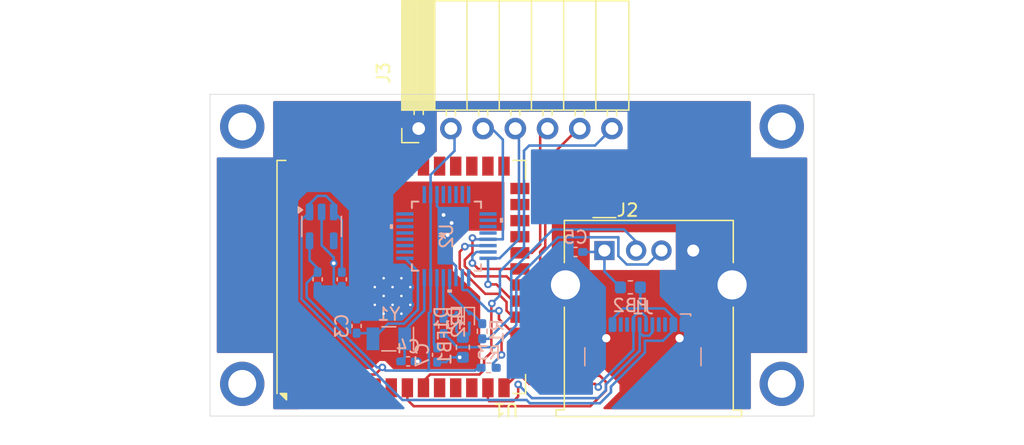
<source format=kicad_pcb>
(kicad_pcb (version 20240108) (generator "pcbnew") (generator_version "8.0")
  (layers (0 "F.Cu" signal) (31 "B.Cu" signal) (34 "B.Paste" user) (35 "F.Paste" user) (36 "B.SilkS" user "B.Silkscreen") (37 "F.SilkS" user "F.Silkscreen") (38 "B.Mask" user) (39 "F.Mask" user) (44 "Edge.Cuts" user))
  (net 0 "")
  (net 2 "Net-(U3-CE)")
  (net 4 "Net-(J2-VBUS)")
  (net 7 "Net-(J1-SHIELD)")
  (net 16 "Net-(J3-Pin_2)")
  (net 17 "Net-(J3-Pin_3)")
  (net 20 "Net-(J3-Pin_4)")
  (net 21 "Net-(J3-Pin_7)")
  (net 37 "Net-(U2-XO)")
  (net 38 "Net-(U2-XI)")
  (net 41 "Net-(U2-VBCOMP)")
  (net 44 "Net-(D1-A2)")
  (net 47 "Net-(D1-A1)")
  (net 48 "Net-(J3-Pin_6)")
  (net 49 "Net-(D2-A1)")
  (net 53 "Net-(J3-Pin_5)")
  (net 60 "Net-(J2-D+)")
  (net 61 "Net-(U1-IO13)")
  (net 62 "Net-(U1-IO10)")
  (net 64 "Net-(U1-IO19)")
  (net 65 "Net-(U1-IO20)")
  (net 70 "Net-(J2-D-)")
  (net 71 "Net-(U1-IO9)")
  (footprint "MountingHole:MountingHole_2.2mm_M2_ISO7380_Pad_TopBottom" (layer "F.Cu") (at 73.66 53.34)
    (property "Reference" "REF**" (hide yes))
    (property "Value" "MountingHole_2.2mm_M2_ISO7380_Pad_TopBottom")
    (pad "1" thru_hole circle (at 0 0) (size 2.6 2.6) (drill 2.2) (layers "*.Cu" "*.Mask"))
    (pad "1" connect circle (at 0 0) (size 3.5 3.5) (layers "F.Cu" "F.Mask"))
    (pad "1" connect circle (at 0 0) (size 3.5 3.5) (layers "B.Cu" "B.Mask"))
  )
  (footprint "RF_Module:ESP32-S3-WROOM-1U" (layer "F.Cu") (at 43.657201 65.219205 90)
    (property "Reference" "U1" (at -10.5 8.25 180) (layer "F.SilkS"))
    (property "Value" "ESP32-S3-WROOM-1U" (hide yes))
    (pad "1" smd rect (at -8.75 -8.41 90) (size 1.5 0.9) (layers "F.Cu" "F.Paste" "F.Mask") (net 7 "Net-(J1-SHIELD)"))
    (pad "2" smd rect (at -8.75 -7.14 90) (size 1.5 0.9) (layers "F.Cu" "F.Paste" "F.Mask") (net 16 "Net-(J3-Pin_2)"))
    (pad "3" smd rect (at -8.75 -5.87 90) (size 1.5 0.9) (layers "F.Cu" "F.Paste" "F.Mask") (net 16 "Net-(J3-Pin_2)"))
    (pad "4" smd rect (at -8.75 -4.6 90) (size 1.5 0.9) (layers "F.Cu" "F.Paste" "F.Mask"))
    (pad "5" smd rect (at -8.75 -3.33 90) (size 1.5 0.9) (layers "F.Cu" "F.Paste" "F.Mask"))
    (pad "6" smd rect (at -8.75 -2.06 90) (size 1.5 0.9) (layers "F.Cu" "F.Paste" "F.Mask"))
    (pad "7" smd rect (at -8.75 -0.79 90) (size 1.5 0.9) (layers "F.Cu" "F.Paste" "F.Mask"))
    (pad "8" smd rect (at -8.75 0.48 90) (size 1.5 0.9) (layers "F.Cu" "F.Paste" "F.Mask") (net 48 "Net-(J3-Pin_6)"))
    (pad "9" smd rect (at -8.75 1.75 90) (size 1.5 0.9) (layers "F.Cu" "F.Paste" "F.Mask") (net 21 "Net-(J3-Pin_7)"))
    (pad "10" smd rect (at -8.75 3.02 90) (size 1.5 0.9) (layers "F.Cu" "F.Paste" "F.Mask"))
    (pad "11" smd rect (at -8.75 4.29 90) (size 1.5 0.9) (layers "F.Cu" "F.Paste" "F.Mask"))
    (pad "12" smd rect (at -8.75 5.56 90) (size 1.5 0.9) (layers "F.Cu" "F.Paste" "F.Mask"))
    (pad "13" smd rect (at -8.75 6.83 90) (size 1.5 0.9) (layers "F.Cu" "F.Paste" "F.Mask") (net 64 "Net-(U1-IO19)"))
    (pad "14" smd rect (at -8.75 8.1 270) (size 1.5 0.9) (layers "F.Cu" "F.Paste" "F.Mask") (net 65 "Net-(U1-IO20)"))
    (pad "15" smd rect (at -6.985 9.35) (size 1.5 0.9) (layers "F.Cu" "F.Paste" "F.Mask"))
    (pad "16" smd rect (at -5.715 9.35) (size 1.5 0.9) (layers "F.Cu" "F.Paste" "F.Mask"))
    (pad "17" smd rect (at -4.445 9.35) (size 1.5 0.9) (layers "F.Cu" "F.Paste" "F.Mask") (net 71 "Net-(U1-IO9)"))
    (pad "18" smd rect (at -3.175 9.35) (size 1.5 0.9) (layers "F.Cu" "F.Paste" "F.Mask") (net 62 "Net-(U1-IO10)"))
    (pad "19" smd rect (at -1.905 9.35) (size 1.5 0.9) (layers "F.Cu" "F.Paste" "F.Mask") (net 20 "Net-(J3-Pin_4)"))
    (pad "20" smd rect (at -0.635 9.35) (size 1.5 0.9) (layers "F.Cu" "F.Paste" "F.Mask") (net 17 "Net-(J3-Pin_3)"))
    (pad "21" smd rect (at 0.635 9.35) (size 1.5 0.9) (layers "F.Cu" "F.Paste" "F.Mask") (net 61 "Net-(U1-IO13)"))
    (pad "22" smd rect (at 1.905 9.35) (size 1.5 0.9) (layers "F.Cu" "F.Paste" "F.Mask") (net 53 "Net-(J3-Pin_5)"))
    (pad "23" smd rect (at 3.175 9.35) (size 1.5 0.9) (layers "F.Cu" "F.Paste" "F.Mask"))
    (pad "24" smd rect (at 4.445 9.35) (size 1.5 0.9) (layers "F.Cu" "F.Paste" "F.Mask"))
    (pad "25" smd rect (at 5.715 9.35) (size 1.5 0.9) (layers "F.Cu" "F.Paste" "F.Mask"))
    (pad "26" smd rect (at 6.985 9.35) (size 1.5 0.9) (layers "F.Cu" "F.Paste" "F.Mask"))
    (pad "27" smd rect (at 8.75 8.1 90) (size 1.5 0.9) (layers "F.Cu" "F.Paste" "F.Mask"))
    (pad "28" smd rect (at 8.75 6.83 90) (size 1.5 0.9) (layers "F.Cu" "F.Paste" "F.Mask"))
    (pad "29" smd rect (at 8.75 5.56 90) (size 1.5 0.9) (layers "F.Cu" "F.Paste" "F.Mask"))
    (pad "30" smd rect (at 8.75 4.29 90) (size 1.5 0.9) (layers "F.Cu" "F.Paste" "F.Mask"))
    (pad "31" smd rect (at 8.75 3.02 90) (size 1.5 0.9) (layers "F.Cu" "F.Paste" "F.Mask"))
    (pad "32" smd rect (at 8.75 1.75 90) (size 1.5 0.9) (layers "F.Cu" "F.Paste" "F.Mask"))
    (pad "33" smd rect (at 8.75 0.48 90) (size 1.5 0.9) (layers "F.Cu" "F.Paste" "F.Mask"))
    (pad "34" smd rect (at 8.75 -0.79 90) (size 1.5 0.9) (layers "F.Cu" "F.Paste" "F.Mask"))
    (pad "35" smd rect (at 8.75 -2.06 90) (size 1.5 0.9) (layers "F.Cu" "F.Paste" "F.Mask"))
    (pad "36" smd rect (at 8.75 -3.33 90) (size 1.5 0.9) (layers "F.Cu" "F.Paste" "F.Mask"))
    (pad "37" smd rect (at 8.75 -4.6 90) (size 1.5 0.9) (layers "F.Cu" "F.Paste" "F.Mask"))
    (pad "38" smd rect (at 8.75 -5.87 90) (size 1.5 0.9) (layers "F.Cu" "F.Paste" "F.Mask"))
    (pad "39" smd rect (at 8.75 -7.14 90) (size 1.5 0.9) (layers "F.Cu" "F.Paste" "F.Mask"))
    (pad "40" smd rect (at 8.75 -8.41 90) (size 1.5 0.9) (layers "F.Cu" "F.Paste" "F.Mask") (net 7 "Net-(J1-SHIELD)"))
    (pad "41" thru_hole circle (at -2.9 -1.39 90) (size 0.6 0.6) (drill 0.2) (property pad_prop_heatsink) (layers "*.Cu" "F.Mask") (net 7 "Net-(J1-SHIELD)"))
    (pad "41" thru_hole circle (at -2.9 0.01 90) (size 0.6 0.6) (drill 0.2) (property pad_prop_heatsink) (layers "*.Cu" "F.Mask") (net 7 "Net-(J1-SHIELD)"))
    (pad "41" thru_hole circle (at -2.2 -2.09 90) (size 0.6 0.6) (drill 0.2) (property pad_prop_heatsink) (layers "*.Cu" "F.Mask") (net 7 "Net-(J1-SHIELD)"))
    (pad "41" thru_hole circle (at -2.2 -0.69 90) (size 0.6 0.6) (drill 0.2) (property pad_prop_heatsink) (layers "*.Cu" "F.Mask") (net 7 "Net-(J1-SHIELD)"))
    (pad "41" thru_hole circle (at -2.2 0.71 90) (size 0.6 0.6) (drill 0.2) (property pad_prop_heatsink) (layers "*.Cu" "F.Mask") (net 7 "Net-(J1-SHIELD)"))
    (pad "41" thru_hole circle (at -1.5 -1.39 90) (size 0.6 0.6) (drill 0.2) (property pad_prop_heatsink) (layers "*.Cu" "F.Mask") (net 7 "Net-(J1-SHIELD)"))
    (pad "41" smd rect (at -1.5 -0.69 90) (size 3.9 3.9) (layers "F.Cu" "F.Mask") (net 7 "Net-(J1-SHIELD)"))
    (pad "41" thru_hole circle (at -1.5 0.01 90) (size 0.6 0.6) (drill 0.2) (property pad_prop_heatsink) (layers "*.Cu" "F.Mask") (net 7 "Net-(J1-SHIELD)"))
    (pad "41" thru_hole circle (at -0.8 -2.09 90) (size 0.6 0.6) (drill 0.2) (property pad_prop_heatsink) (layers "*.Cu" "F.Mask") (net 7 "Net-(J1-SHIELD)"))
    (pad "41" thru_hole circle (at -0.8 -0.69 180) (size 0.6 0.6) (drill 0.2) (property pad_prop_heatsink) (layers "*.Cu" "F.Mask") (net 7 "Net-(J1-SHIELD)"))
    (pad "41" thru_hole circle (at -0.8 0.71 90) (size 0.6 0.6) (drill 0.2) (property pad_prop_heatsink) (layers "*.Cu" "F.Mask") (net 7 "Net-(J1-SHIELD)"))
    (pad "41" thru_hole circle (at -0.1 -1.39 90) (size 0.6 0.6) (drill 0.2) (property pad_prop_heatsink) (layers "*.Cu" "F.Mask") (net 7 "Net-(J1-SHIELD)"))
    (pad "41" thru_hole circle (at -0.1 0.01 90) (size 0.6 0.6) (drill 0.2) (property pad_prop_heatsink) (layers "*.Cu" "F.Mask") (net 7 "Net-(J1-SHIELD)"))
  )
  (footprint "MountingHole:MountingHole_2.2mm_M2_ISO7380_Pad_TopBottom" (layer "F.Cu") (at 31.115 73.66)
    (property "Reference" "REF**" (hide yes))
    (property "Value" "MountingHole_2.2mm_M2_ISO7380_Pad_TopBottom")
    (pad "1" thru_hole circle (at 0 0) (size 2.6 2.6) (drill 2.2) (layers "*.Cu" "*.Mask"))
    (pad "1" connect circle (at 0 0) (size 3.5 3.5) (layers "F.Cu" "F.Mask"))
    (pad "1" connect circle (at 0 0) (size 3.5 3.5) (layers "B.Cu" "B.Mask"))
  )
  (footprint "Connector_PinSocket_2.54mm:PinSocket_1x07_P2.54mm_Horizontal" (layer "F.Cu") (at 44.68 53.105 90)
    (property "Reference" "J3" (at 3.98 -2.42 90) (layer "F.SilkS"))
    (property "Value" "OLED display")
    (pad "1" thru_hole rect (at -0.4 0.35 90) (size 1.7 1.7) (drill 1) (layers "*.Cu" "*.Mask") (net 7 "Net-(J1-SHIELD)"))
    (pad "2" thru_hole oval (at -0.4 2.89 90) (size 1.7 1.7) (drill 1) (layers "*.Cu" "*.Mask") (net 16 "Net-(J3-Pin_2)"))
    (pad "3" thru_hole oval (at -0.4 5.43 90) (size 1.7 1.7) (drill 1) (layers "*.Cu" "*.Mask") (net 17 "Net-(J3-Pin_3)"))
    (pad "4" thru_hole oval (at -0.4 7.97 90) (size 1.7 1.7) (drill 1) (layers "*.Cu" "*.Mask") (net 20 "Net-(J3-Pin_4)"))
    (pad "5" thru_hole oval (at -0.4 10.51 90) (size 1.7 1.7) (drill 1) (layers "*.Cu" "*.Mask") (net 53 "Net-(J3-Pin_5)"))
    (pad "6" thru_hole oval (at -0.4 13.05 90) (size 1.7 1.7) (drill 1) (layers "*.Cu" "*.Mask") (net 48 "Net-(J3-Pin_6)"))
    (pad "7" thru_hole oval (at -0.4 15.59 90) (size 1.7 1.7) (drill 1) (layers "*.Cu" "*.Mask") (net 21 "Net-(J3-Pin_7)"))
  )
  (footprint "MountingHole:MountingHole_2.2mm_M2_ISO7380_Pad_TopBottom" (layer "F.Cu") (at 31.115 53.34)
    (property "Reference" "REF**" (hide yes))
    (property "Value" "MountingHole_2.2mm_M2_ISO7380_Pad_TopBottom")
    (pad "1" thru_hole circle (at 0 0) (size 2.6 2.6) (drill 2.2) (layers "*.Cu" "*.Mask"))
    (pad "1" connect circle (at 0 0) (size 3.5 3.5) (layers "F.Cu" "F.Mask"))
    (pad "1" connect circle (at 0 0) (size 3.5 3.5) (layers "B.Cu" "B.Mask"))
  )
  (footprint "MountingHole:MountingHole_2.2mm_M2_ISO7380_Pad_TopBottom" (layer "F.Cu") (at 73.66 73.66)
    (property "Reference" "REF**" (hide yes))
    (property "Value" "MountingHole_2.2mm_M2_ISO7380_Pad_TopBottom")
    (pad "1" thru_hole circle (at 0 0) (size 2.6 2.6) (drill 2.2) (layers "*.Cu" "*.Mask"))
    (pad "1" connect circle (at 0 0) (size 3.5 3.5) (layers "F.Cu" "F.Mask"))
    (pad "1" connect circle (at 0 0) (size 3.5 3.5) (layers "B.Cu" "B.Mask"))
  )
  (footprint "Connector_USB:USB_A_Molex_67643_Horizontal" (layer "F.Cu") (at 59.675 63.135)
    (property "Reference" "J2" (at 1.825 -3.19 0) (layer "F.SilkS"))
    (property "Value" "USB_A")
    (pad "1" thru_hole rect (at 0 0) (size 1.6 1.5) (drill 0.95) (layers "*.Cu" "*.Mask") (net 4 "Net-(J2-VBUS)"))
    (pad "2" thru_hole circle (at 2.5 0) (size 1.6 1.6) (drill 0.95) (layers "*.Cu" "*.Mask") (net 70 "Net-(J2-D-)"))
    (pad "3" thru_hole circle (at 4.5 0) (size 1.6 1.6) (drill 0.95) (layers "*.Cu" "*.Mask") (net 60 "Net-(J2-D+)"))
    (pad "4" thru_hole circle (at 7 0) (size 1.6 1.6) (drill 0.95) (layers "*.Cu" "*.Mask") (net 7 "Net-(J1-SHIELD)"))
    (pad "5" thru_hole circle (at -3.07 2.71) (size 3 3) (drill 2.3) (layers "*.Cu" "*.Mask") (net 7 "Net-(J1-SHIELD)"))
    (pad "5" thru_hole circle (at 10.07 2.71) (size 3 3) (drill 2.3) (layers "*.Cu" "*.Mask") (net 7 "Net-(J1-SHIELD)"))
  )
  (footprint "Diode_SMD:D_SOD-923" (layer "B.Cu") (at 49.022 68.4905 -90)
    (property "Reference" "D2" (at 0 1.2 90) (layer "B.SilkS") (effects (justify mirror)))
    (property "Value" "ESD9B5.0ST5G")
    (pad "1" smd roundrect (at -0.42 0 90) (size 0.36 0.25) (layers "B.Cu" "B.Paste" "B.Mask") (net 49 "Net-(D2-A1)"))
    (pad "2" smd roundrect (at 0.42 0 90) (size 0.36 0.25) (layers "B.Cu" "B.Paste" "B.Mask") (net 44 "Net-(D1-A2)"))
  )
  (footprint "Capacitor_SMD:C_0402_1005Metric_Pad0.74x0.62mm_HandSolder" (layer "B.Cu") (at 38.965 65.4075 -90)
    (property "Reference" "C1" (hide yes))
    (property "Value" "C" (hide yes))
    (pad "1" smd roundrect (at -0.5675 0 270) (size 0.735 0.62) (layers "B.Cu" "B.Paste" "B.Mask") (net 2 "Net-(U3-CE)"))
    (pad "2" smd roundrect (at 0.5675 0 270) (size 0.735 0.62) (layers "B.Cu" "B.Paste" "B.Mask") (net 7 "Net-(J1-SHIELD)"))
  )
  (footprint "Capacitor_SMD:C_0402_1005Metric_Pad0.74x0.62mm_HandSolder" (layer "B.Cu") (at 44.196 71.882 180)
    (property "Reference" "C4" (at 0 1.16 0) (layer "B.SilkS") (effects (justify mirror)))
    (property "Value" "C")
    (pad "1" smd roundrect (at -0.5675 0 180) (size 0.735 0.62) (layers "B.Cu" "B.Paste" "B.Mask") (net 7 "Net-(J1-SHIELD)"))
    (pad "2" smd roundrect (at 0.5675 0 180) (size 0.735 0.62) (layers "B.Cu" "B.Paste" "B.Mask") (net 38 "Net-(U2-XI)"))
  )
  (footprint "Diode_SMD:D_SOD-923" (layer "B.Cu") (at 48.006 68.4905 -90)
    (property "Reference" "D1" (at 0 1.2 90) (layer "B.SilkS") (effects (justify mirror)))
    (property "Value" "ESD9B5.0ST5G")
    (pad "1" smd roundrect (at -0.42 0 90) (size 0.36 0.25) (layers "B.Cu" "B.Paste" "B.Mask") (net 47 "Net-(D1-A1)"))
    (pad "2" smd roundrect (at 0.42 0 90) (size 0.36 0.25) (layers "B.Cu" "B.Paste" "B.Mask") (net 44 "Net-(D1-A2)"))
  )
  (footprint "Connector_USB:USB_C_Receptacle_GCT_USB4110" (layer "B.Cu") (at 62.71 72.66 180)
    (property "Reference" "J1" (at 0 5.015 0) (layer "B.SilkS") (effects (justify mirror)))
    (property "Value" "USB_C_Receptacle_USB2.0_16P")
    (pad "" np_thru_hole circle (at -2.89 2.605 180) (size 0.65 0.65) (drill 0.65) (layers "F&B.Cu" "*.Mask"))
    (pad "" np_thru_hole circle (at 2.89 2.605 180) (size 0.65 0.65) (drill 0.65) (layers "F&B.Cu" "*.Mask"))
    (pad "A1" smd roundrect (at -3.2 3.68 180) (size 0.6 1.15) (layers "B.Cu" "B.Paste" "B.Mask") (net 7 "Net-(J1-SHIELD)"))
    (pad "A4" smd roundrect (at -2.4 3.68 180) (size 0.6 1.15) (layers "B.Cu" "B.Paste" "B.Mask") (net 2 "Net-(U3-CE)"))
    (pad "A5" smd roundrect (at -1.25 3.68 180) (size 0.3 1.15) (layers "B.Cu" "B.Paste" "B.Mask"))
    (pad "A6" smd roundrect (at -0.25 3.68 180) (size 0.3 1.15) (layers "B.Cu" "B.Paste" "B.Mask") (net 65 "Net-(U1-IO20)"))
    (pad "A7" smd roundrect (at 0.25 3.68 180) (size 0.3 1.15) (layers "B.Cu" "B.Paste" "B.Mask") (net 64 "Net-(U1-IO19)"))
    (pad "A8" smd roundrect (at 1.25 3.68 180) (size 0.3 1.15) (layers "B.Cu" "B.Paste" "B.Mask"))
    (pad "A9" smd roundrect (at 2.4 3.68 180) (size 0.6 1.15) (layers "B.Cu" "B.Paste" "B.Mask") (net 2 "Net-(U3-CE)"))
    (pad "A12" smd roundrect (at 3.2 3.68 180) (size 0.6 1.15) (layers "B.Cu" "B.Paste" "B.Mask") (net 7 "Net-(J1-SHIELD)"))
    (pad "B1" smd roundrect (at 3.2 3.68 180) (size 0.6 1.15) (layers "B.Cu" "B.Paste" "B.Mask") (net 7 "Net-(J1-SHIELD)"))
    (pad "B4" smd roundrect (at 2.4 3.68 180) (size 0.6 1.15) (layers "B.Cu" "B.Paste" "B.Mask") (net 2 "Net-(U3-CE)"))
    (pad "B5" smd roundrect (at 1.75 3.68 180) (size 0.3 1.15) (layers "B.Cu" "B.Paste" "B.Mask"))
    (pad "B6" smd roundrect (at 0.75 3.68 180) (size 0.3 1.15) (layers "B.Cu" "B.Paste" "B.Mask") (net 65 "Net-(U1-IO20)"))
    (pad "B7" smd roundrect (at -0.75 3.68 180) (size 0.3 1.15) (layers "B.Cu" "B.Paste" "B.Mask") (net 64 "Net-(U1-IO19)"))
    (pad "B8" smd roundrect (at -1.75 3.68 180) (size 0.3 1.15) (layers "B.Cu" "B.Paste" "B.Mask"))
    (pad "B9" smd roundrect (at -2.4 3.68 180) (size 0.6 1.15) (layers "B.Cu" "B.Paste" "B.Mask") (net 2 "Net-(U3-CE)"))
    (pad "B12" smd roundrect (at -3.2 3.68 180) (size 0.6 1.15) (layers "B.Cu" "B.Paste" "B.Mask") (net 7 "Net-(J1-SHIELD)"))
    (pad "S1" smd roundrect (at -5.11 -0.825 180) (size 2.18 2) (layers "B.Cu" "B.Paste" "B.Mask") (roundrect_rratio 0.125) (net 7 "Net-(J1-SHIELD)"))
    (pad "S1" smd roundrect (at -5.11 3.105 180) (size 2.18 2) (layers "B.Cu" "B.Paste" "B.Mask") (roundrect_rratio 0.125) (net 7 "Net-(J1-SHIELD)"))
    (pad "S1" smd roundrect (at 5.11 -0.825 180) (size 2.18 2) (layers "B.Cu" "B.Paste" "B.Mask") (roundrect_rratio 0.125) (net 7 "Net-(J1-SHIELD)"))
    (pad "S1" smd roundrect (at 5.11 3.105 180) (size 2.18 2) (layers "B.Cu" "B.Paste" "B.Mask") (roundrect_rratio 0.125) (net 7 "Net-(J1-SHIELD)"))
  )
  (footprint "Resistor_SMD:R_0402_1005Metric_Pad0.72x0.64mm_HandSolder" (layer "B.Cu") (at 50.546 72.39 180)
    (property "Reference" "R3" (at 0 1.17 0) (layer "B.SilkS") (effects (justify mirror)))
    (property "Value" "R_US")
    (pad "1" smd roundrect (at -0.5975 0 180) (size 0.715 0.64) (layers "B.Cu" "B.Paste" "B.Mask") (net 71 "Net-(U1-IO9)"))
    (pad "2" smd roundrect (at 0.5975 0 180) (size 0.715 0.64) (layers "B.Cu" "B.Paste" "B.Mask") (net 16 "Net-(J3-Pin_2)"))
  )
  (footprint "Inductor_SMD:L_0603_1608Metric" (layer "B.Cu") (at 61.722 66.04)
    (property "Reference" "FB2" (at 0 1.43 0) (layer "B.SilkS") (effects (justify mirror)))
    (property "Value" "FerriteBead")
    (pad "1" smd roundrect (at -0.7875 0) (size 0.875 0.95) (layers "B.Cu" "B.Paste" "B.Mask") (net 4 "Net-(J2-VBUS)"))
    (pad "2" smd roundrect (at 0.7875 0) (size 0.875 0.95) (layers "B.Cu" "B.Paste" "B.Mask") (net 2 "Net-(U3-CE)"))
  )
  (footprint "Capacitor_SMD:C_0402_1005Metric_Pad0.74x0.62mm_HandSolder" (layer "B.Cu") (at 57.404 63.246 180)
    (property "Reference" "C5" (at 0 1.16 0) (layer "B.SilkS") (effects (justify mirror)))
    (property "Value" "C")
    (pad "1" smd roundrect (at -0.5675 0 180) (size 0.735 0.62) (layers "B.Cu" "B.Paste" "B.Mask") (net 4 "Net-(J2-VBUS)"))
    (pad "2" smd roundrect (at 0.5675 0 180) (size 0.735 0.62) (layers "B.Cu" "B.Paste" "B.Mask") (net 7 "Net-(J1-SHIELD)"))
  )
  (footprint "max:21-0110-C_90-0149-32L_MXM" (layer "B.Cu") (at 47.22 61.995 -90)
    (property "Reference" "U2" (at 0 0 90) (layer "B.SilkS") (effects (justify mirror)))
    (property "Value" "MAX3421EEHJ+T")
    (fp_text user "*" (at 0 0 90) (layer "B.SilkS") (effects (justify mirror)))
    (fp_text user "*" (at 0 0 90) (layer "B.SilkS") (effects (justify mirror)))
    (pad "1" smd rect (at -3.277801 1.749999 180) (size 0.27 1.355601) (layers "B.Cu" "B.Paste" "B.Mask"))
    (pad "2" smd rect (at -3.277801 1.25 180) (size 0.27 1.355601) (layers "B.Cu" "B.Paste" "B.Mask") (net 16 "Net-(J3-Pin_2)"))
    (pad "3" smd rect (at -3.277801 0.750001 180) (size 0.27 1.355601) (layers "B.Cu" "B.Paste" "B.Mask") (net 7 "Net-(J1-SHIELD)"))
    (pad "4" smd rect (at -3.277801 0.25 180) (size 0.27 1.355601) (layers "B.Cu" "B.Paste" "B.Mask"))
    (pad "5" smd rect (at -3.277801 -0.25 180) (size 0.27 1.355601) (layers "B.Cu" "B.Paste" "B.Mask"))
    (pad "6" smd rect (at -3.277801 -0.750001 180) (size 0.27 1.355601) (layers "B.Cu" "B.Paste" "B.Mask"))
    (pad "7" smd rect (at -3.277801 -1.25 180) (size 0.27 1.355601) (layers "B.Cu" "B.Paste" "B.Mask"))
    (pad "8" smd rect (at -3.277801 -1.749999 180) (size 0.27 1.355601) (layers "B.Cu" "B.Paste" "B.Mask"))
    (pad "9" smd rect (at -1.749999 -3.277801 270) (size 0.27 1.355601) (layers "B.Cu" "B.Paste" "B.Mask"))
    (pad "10" smd rect (at -1.25 -3.277801 270) (size 0.27 1.355601) (layers "B.Cu" "B.Paste" "B.Mask"))
    (pad "11" smd rect (at -0.750001 -3.277801 270) (size 0.27 1.355601) (layers "B.Cu" "B.Paste" "B.Mask"))
    (pad "12" smd rect (at -0.25 -3.277801 270) (size 0.27 1.355601) (layers "B.Cu" "B.Paste" "B.Mask"))
    (pad "13" smd rect (at 0.25 -3.277801 270) (size 0.27 1.355601) (layers "B.Cu" "B.Paste" "B.Mask") (net 17 "Net-(J3-Pin_3)"))
    (pad "14" smd rect (at 0.750001 -3.277801 270) (size 0.27 1.355601) (layers "B.Cu" "B.Paste" "B.Mask") (net 62 "Net-(U1-IO10)"))
    (pad "15" smd rect (at 1.25 -3.277801 270) (size 0.27 1.355601) (layers "B.Cu" "B.Paste" "B.Mask") (net 61 "Net-(U1-IO13)"))
    (pad "16" smd rect (at 1.749999 -3.277801 270) (size 0.27 1.355601) (layers "B.Cu" "B.Paste" "B.Mask") (net 20 "Net-(J3-Pin_4)"))
    (pad "17" smd rect (at 3.277801 -1.749999 180) (size 0.27 1.355601) (layers "B.Cu" "B.Paste" "B.Mask"))
    (pad "18" smd rect (at 3.277801 -1.25 180) (size 0.27 1.355601) (layers "B.Cu" "B.Paste" "B.Mask") (net 71 "Net-(U1-IO9)"))
    (pad "19" smd rect (at 3.277801 -0.750001 180) (size 0.27 1.355601) (layers "B.Cu" "B.Paste" "B.Mask") (net 7 "Net-(J1-SHIELD)"))
    (pad "20" smd rect (at 3.277801 -0.25 180) (size 0.27 1.355601) (layers "B.Cu" "B.Paste" "B.Mask") (net 49 "Net-(D2-A1)"))
    (pad "21" smd rect (at 3.277801 0.25 180) (size 0.27 1.355601) (layers "B.Cu" "B.Paste" "B.Mask") (net 47 "Net-(D1-A1)"))
    (pad "22" smd rect (at 3.277801 0.750001 180) (size 0.27 1.355601) (layers "B.Cu" "B.Paste" "B.Mask") (net 41 "Net-(U2-VBCOMP)"))
    (pad "23" smd rect (at 3.277801 1.25 180) (size 0.27 1.355601) (layers "B.Cu" "B.Paste" "B.Mask") (net 16 "Net-(J3-Pin_2)"))
    (pad "24" smd rect (at 3.277801 1.749999 180) (size 0.27 1.355601) (layers "B.Cu" "B.Paste" "B.Mask") (net 38 "Net-(U2-XI)"))
    (pad "25" smd rect (at 1.749999 3.277801 270) (size 0.27 1.355601) (layers "B.Cu" "B.Paste" "B.Mask") (net 37 "Net-(U2-XO)"))
    (pad "26" smd rect (at 1.25 3.277801 270) (size 0.27 1.355601) (layers "B.Cu" "B.Paste" "B.Mask"))
    (pad "27" smd rect (at 0.750001 3.277801 270) (size 0.27 1.355601) (layers "B.Cu" "B.Paste" "B.Mask"))
    (pad "28" smd rect (at 0.25 3.277801 270) (size 0.27 1.355601) (layers "B.Cu" "B.Paste" "B.Mask"))
    (pad "29" smd rect (at -0.25 3.277801 270) (size 0.27 1.355601) (layers "B.Cu" "B.Paste" "B.Mask"))
    (pad "30" smd rect (at -0.750001 3.277801 270) (size 0.27 1.355601) (layers "B.Cu" "B.Paste" "B.Mask"))
    (pad "31" smd rect (at -1.25 3.277801 270) (size 0.27 1.355601) (layers "B.Cu" "B.Paste" "B.Mask"))
    (pad "32" smd rect (at -1.749999 3.277801 270) (size 0.27 1.355601) (layers "B.Cu" "B.Paste" "B.Mask"))
  )
  (footprint "Capacitor_SMD:C_0402_1005Metric_Pad0.74x0.62mm_HandSolder" (layer "B.Cu") (at 46.482 71.374 -90)
    (property "Reference" "C7" (at 0 1.16 90) (layer "B.SilkS") (effects (justify mirror)))
    (property "Value" "C")
    (pad "1" smd roundrect (at -0.5675 0 270) (size 0.735 0.62) (layers "B.Cu" "B.Paste" "B.Mask") (net 41 "Net-(U2-VBCOMP)"))
    (pad "2" smd roundrect (at 0.5675 0 270) (size 0.735 0.62) (layers "B.Cu" "B.Paste" "B.Mask") (net 7 "Net-(J1-SHIELD)"))
  )
  (footprint "Resistor_SMD:R_0402_1005Metric_Pad0.72x0.64mm_HandSolder" (layer "B.Cu") (at 46.99 69.088 90)
    (property "Reference" "R2" (at 0 1.17 90) (layer "B.SilkS") (effects (justify mirror)))
    (property "Value" "R_US")
    (pad "1" smd roundrect (at -0.5975 0 90) (size 0.715 0.64) (layers "B.Cu" "B.Paste" "B.Mask") (net 60 "Net-(J2-D+)"))
    (pad "2" smd roundrect (at 0.5975 0 90) (size 0.715 0.64) (layers "B.Cu" "B.Paste" "B.Mask") (net 47 "Net-(D1-A1)"))
  )
  (footprint "Capacitor_SMD:C_0402_1005Metric_Pad0.74x0.62mm_HandSolder" (layer "B.Cu") (at 40.132 69.088 -90)
    (property "Reference" "C3" (at 0 1.16 90) (layer "B.SilkS") (effects (justify mirror)))
    (property "Value" "C")
    (pad "1" smd roundrect (at -0.5675 0 270) (size 0.735 0.62) (layers "B.Cu" "B.Paste" "B.Mask") (net 7 "Net-(J1-SHIELD)"))
    (pad "2" smd roundrect (at 0.5675 0 270) (size 0.735 0.62) (layers "B.Cu" "B.Paste" "B.Mask") (net 37 "Net-(U2-XO)"))
  )
  (footprint "Crystal:Crystal_SMD_G8-2Pin_3.2x1.5mm" (layer "B.Cu") (at 42.672 70.104 180)
    (property "Reference" "Y1" (at 0 1.95 360) (layer "B.SilkS") (effects (justify mirror)))
    (property "Value" "Crystal")
    (pad "1" smd rect (at -1.25 0 180) (size 1 1.8) (layers "B.Cu" "B.Paste" "B.Mask") (net 38 "Net-(U2-XI)"))
    (pad "2" smd rect (at 1.25 0 180) (size 1 1.8) (layers "B.Cu" "B.Paste" "B.Mask") (net 37 "Net-(U2-XO)"))
  )
  (footprint "Inductor_SMD:L_0603_1608Metric" (layer "B.Cu") (at 48.514 70.7765 -90)
    (property "Reference" "FB1" (at 0 1.43 90) (layer "B.SilkS") (effects (justify mirror)))
    (property "Value" "FerriteBead")
    (pad "1" smd roundrect (at -0.7875 0 270) (size 0.875 0.95) (layers "B.Cu" "B.Paste" "B.Mask") (net 44 "Net-(D1-A2)"))
    (pad "2" smd roundrect (at 0.7875 0 270) (size 0.875 0.95) (layers "B.Cu" "B.Paste" "B.Mask") (net 7 "Net-(J1-SHIELD)"))
  )
  (footprint "Capacitor_SMD:C_0402_1005Metric_Pad0.74x0.62mm_HandSolder" (layer "B.Cu") (at 37.06 65.4075 -90)
    (property "Reference" "C2" (hide yes))
    (property "Value" "C" (hide yes))
    (pad "1" smd roundrect (at -0.5675 0 270) (size 0.735 0.62) (layers "B.Cu" "B.Paste" "B.Mask") (net 16 "Net-(J3-Pin_2)"))
    (pad "2" smd roundrect (at 0.5675 0 270) (size 0.735 0.62) (layers "B.Cu" "B.Paste" "B.Mask") (net 7 "Net-(J1-SHIELD)"))
  )
  (footprint "Package_TO_SOT_SMD:SOT-23-5" (layer "B.Cu") (at 37.375 61.2275 -90)
    (property "Reference" "U3" (hide yes))
    (property "Value" "ME6211C33M5" (hide yes))
    (pad "1" smd roundrect (at -1.1375 0.95 270) (size 1.325 0.6) (layers "B.Cu" "B.Paste" "B.Mask") (net 2 "Net-(U3-CE)"))
    (pad "2" smd roundrect (at -1.1375 0 270) (size 1.325 0.6) (layers "B.Cu" "B.Paste" "B.Mask") (net 7 "Net-(J1-SHIELD)"))
    (pad "3" smd roundrect (at -1.1375 -0.95 270) (size 1.325 0.6) (layers "B.Cu" "B.Paste" "B.Mask") (net 2 "Net-(U3-CE)"))
    (pad "4" smd roundrect (at 1.1375 -0.95 270) (size 1.325 0.6) (layers "B.Cu" "B.Paste" "B.Mask"))
    (pad "5" smd roundrect (at 1.1375 0.95 270) (size 1.325 0.6) (layers "B.Cu" "B.Paste" "B.Mask") (net 16 "Net-(J3-Pin_2)"))
  )
  (footprint "Resistor_SMD:R_0402_1005Metric_Pad0.72x0.64mm_HandSolder" (layer "B.Cu") (at 50.038 69.5065 90)
    (property "Reference" "R1" (at 0 1.17 90) (layer "B.SilkS") (effects (justify mirror)))
    (property "Value" "R_US")
    (pad "1" smd roundrect (at -0.5975 0 90) (size 0.715 0.64) (layers "B.Cu" "B.Paste" "B.Mask") (net 70 "Net-(J2-D-)"))
    (pad "2" smd roundrect (at 0.5975 0 90) (size 0.715 0.64) (layers "B.Cu" "B.Paste" "B.Mask") (net 49 "Net-(D2-A1)"))
  )
  (gr_poly (pts (xy 75.565 64.77) (xy 55.245 64.77) (xy 55.245 72.39) (xy 59.69 72.39) (xy 60.96 73.66) (xy 60.96 74.295) (xy 59.69 75.565) (xy 71.12 75.565) (xy 71.12 71.12) (xy 75.565 71.12)) (stroke (width 0.2)) (fill solid) (layer "F.Cu") (net 7))
  (gr_poly (pts (xy 29.21 55.88) (xy 29.21 71.12) (xy 33.655 71.12) (xy 33.655 75.565) (xy 35.56 75.565) (xy 35.56 73.025) (xy 36.195 72.39) (xy 41.275 72.39) (xy 41.91 71.755) (xy 42.418 71.755) (xy 43.053 72.39) (xy 49.784 72.39) (xy 49.784 66.802) (xy 47.625 64.77) (xy 47.625 62.738) (xy 48.895 61.468) (xy 51.689 61.468) (xy 51.689 57.785) (xy 35.56 57.785) (xy 35.56 55.88)) (stroke (width 0.2)) (fill solid) (layer "F.Cu") (net 7))
  (gr_poly (pts (xy 46.355 51.435) (xy 46.228 52.07) (xy 61.722 52.07) (xy 61.595 51.435)) (stroke (width 0.2)) (fill solid) (layer "F.Cu") (net 7))
  (gr_poly (pts (xy 55.245 64.77) (xy 55.245 63.5) (xy 55.626 63.119) (xy 55.626 56.769) (xy 57.15 55.245) (xy 61.595 55.245) (xy 61.595 51.435) (xy 71.12 51.435) (xy 71.12 55.88) (xy 75.565 55.88) (xy 75.565 64.77) (xy 65.405 64.77) (xy 65.405 61.595) (xy 58.42 61.595) (xy 58.42 64.77)) (stroke (width 0.2)) (fill solid) (layer "F.Cu") (net 7))
  (gr_poly (pts (xy 33.655 51.435) (xy 33.655 55.88) (xy 35.56 55.88) (xy 35.56 55.245) (xy 46.355 55.245) (xy 46.355 51.435)) (stroke (width 0.2)) (fill solid) (layer "F.Cu") (net 7))
  (gr_poly (pts (xy 71.12 75.565) (xy 60.325 75.565) (xy 61.595 74.295) (xy 65.405 70.485) (xy 66.04 69.85) (xy 66.04 68.58) (xy 64.135 66.675) (xy 64.135 64.77) (xy 65.405 64.77) (xy 65.405 60.96) (xy 53.975 60.96) (xy 53.975 55.245) (xy 61.595 55.245) (xy 61.595 51.435) (xy 71.12 51.435) (xy 71.12 55.88) (xy 75.565 55.88) (xy 75.565 71.12) (xy 71.12 71.12)) (stroke (width 0.2)) (fill solid) (layer "B.Cu") (net 7))
  (gr_poly (pts (xy 46.610588 59.785162) (xy 46.609 64.135) (xy 47.625 64.135) (xy 47.625 62.738) (xy 48.895 61.468) (xy 48.896588 59.785162)) (stroke (width 0.2)) (fill solid) (layer "B.Cu") (net 7))
  (gr_poly (pts (xy 53.086 65.532) (xy 53.086 69.342) (xy 52.07 70.358) (xy 52.07 73.152) (xy 53.34 73.152) (xy 54.61 74.422) (xy 58.674 74.422) (xy 58.674 73.406) (xy 59.69 72.39) (xy 59.69 66.04) (xy 57.15 63.5) (xy 57.15 62.484) (xy 56.134 62.484)) (stroke (width 0.2)) (fill solid) (layer "B.Cu") (net 7))
  (gr_poly (pts (xy 61.595 51.435) (xy 46.355 51.435) (xy 46.228 52.07) (xy 61.722 52.07)) (stroke (width 0.2)) (fill solid) (layer "B.Cu") (net 7))
  (gr_poly (pts (xy 36.83 66.802) (xy 39.624 69.596) (xy 39.624 66.04) (xy 36.83 66.04)) (stroke (width 0.2)) (fill solid) (layer "B.Cu") (net 7))
  (gr_poly (pts (xy 46.355 51.435) (xy 46.355 55.245) (xy 45.085 56.515) (xy 43.815 57.785) (xy 42.545 57.785) (xy 41.91 58.42) (xy 39.624 61.214) (xy 39.624 59.944) (xy 38.1 58.42) (xy 36.195 58.42) (xy 35.433 59.182) (xy 35.433 67.183) (xy 43.815 75.565) (xy 35.56 75.565) (xy 33.655 75.565) (xy 33.655 71.12) (xy 29.21 71.12) (xy 29.21 55.88) (xy 33.655 55.88) (xy 33.655 51.435)) (stroke (width 0.2)) (fill solid) (layer "B.Cu") (net 7))
  (gr_poly (pts (xy 39.624 60.706) (xy 39.624 68.58) (xy 41.148 68.58) (xy 41.148 68.58) (xy 43.688 68.58) (xy 44.45 67.818) (xy 44.45 64.77) (xy 43.942 64.262) (xy 42.926 64.262) (xy 42.926 58.674) (xy 43.815 57.785) (xy 42.545 57.785)) (stroke (width 0.2)) (fill solid) (layer "B.Cu") (net 7))
  (gr_line (start 76.2 50.8) (end 28.575 50.8) (stroke (width 0.05)) (layer "Edge.Cuts"))
  (gr_line (start 28.575 76.2) (end 76.2 76.2) (stroke (width 0.05)) (layer "Edge.Cuts"))
  (gr_line (start 28.575 50.8) (end 28.575 76.2) (stroke (width 0.05)) (layer "Edge.Cuts"))
  (gr_line (start 76.2 76.2) (end 76.2 50.8) (stroke (width 0.05)) (layer "Edge.Cuts"))
  (segment (start 38.965 64.84) (end 38.965 60.73) (width 0.2) (layer "B.Cu") (net 2))
  (segment (start 65.11 68.412) (end 64.403 67.705) (width 0.2) (layer "B.Cu") (net 2))
  (segment (start 60.31 68.520686) (end 60.31 68.98) (width 0.2) (layer "B.Cu") (net 2))
  (segment (start 62.865 71.198872) (end 60.19 73.873872) (width 0.2) (layer "B.Cu") (net 2))
  (segment (start 62.865 70.255) (end 62.865 71.198872) (width 0.2) (layer "B.Cu") (net 2))
  (segment (start 64.29241 70.255) (end 62.865 70.255) (width 0.2) (layer "B.Cu") (net 2))
  (segment (start 38.325 60.09) (end 38.325 59.427501) (width 0.2) (layer "B.Cu") (net 2))
  (segment (start 62.484 67.705) (end 61.125686 67.705) (width 0.2) (layer "B.Cu") (net 2))
  (segment (start 59.331068 75.185) (end 53.79072 75.185) (width 0.2) (layer "B.Cu") (net 2))
  (segment (start 36.425 59.455) (end 36.425 60.09) (width 0.2) (layer "B.Cu") (net 2))
  (segment (start 37.717499 58.82) (end 37.06 58.82) (width 0.2) (layer "B.Cu") (net 2))
  (segment (start 43.745686 74.93) (end 35.79 66.974314) (width 0.2) (layer "B.Cu") (net 2))
  (segment (start 53.79072 75.185) (end 53.53572 74.93) (width 0.2) (layer "B.Cu") (net 2))
  (segment (start 62.5095 67.6795) (end 62.484 67.705) (width 0.2) (layer "B.Cu") (net 2))
  (segment (start 35.79 60.725) (end 36.425 60.09) (width 0.2) (layer "B.Cu") (net 2))
  (segment (start 37.06 58.82) (end 36.425 59.455) (width 0.2) (layer "B.Cu") (net 2))
  (segment (start 65.11 68.98) (end 65.11 68.412) (width 0.2) (layer "B.Cu") (net 2))
  (segment (start 64.403 67.705) (end 62.484 67.705) (width 0.2) (layer "B.Cu") (net 2))
  (segment (start 62.5095 66.04) (end 62.5095 67.6795) (width 0.2) (layer "B.Cu") (net 2))
  (segment (start 38.325 59.427501) (end 37.717499 58.82) (width 0.2) (layer "B.Cu") (net 2))
  (segment (start 35.79 66.974314) (end 35.79 60.725) (width 0.2) (layer "B.Cu") (net 2))
  (segment (start 65.11 68.98) (end 65.11 69.43741) (width 0.2) (layer "B.Cu") (net 2))
  (segment (start 53.53572 74.93) (end 43.745686 74.93) (width 0.2) (layer "B.Cu") (net 2))
  (segment (start 61.125686 67.705) (end 60.31 68.520686) (width 0.2) (layer "B.Cu") (net 2))
  (segment (start 38.965 60.73) (end 38.325 60.09) (width 0.2) (layer "B.Cu") (net 2))
  (segment (start 65.11 69.43741) (end 64.29241 70.255) (width 0.2) (layer "B.Cu") (net 2))
  (segment (start 60.19 74.326068) (end 59.331068 75.185) (width 0.2) (layer "B.Cu") (net 2))
  (segment (start 60.19 73.873872) (end 60.19 74.326068) (width 0.2) (layer "B.Cu") (net 2))
  (segment (start 57.944 63.246) (end 59.564 63.246) (width 0.2) (layer "B.Cu") (net 4))
  (segment (start 59.675 64.7805) (end 60.9345 66.04) (width 0.2) (layer "B.Cu") (net 4))
  (segment (start 59.675 63.135) (end 59.675 64.7805) (width 0.2) (layer "B.Cu") (net 4))
  (segment (start 59.564 63.246) (end 59.675 63.135) (width 0.2) (layer "B.Cu") (net 4))
  (via (at 47.625 60.96) (size 0.6) (drill 0.3) (layers "F.Cu" "B.Cu") (net 7))
  (via (at 48.26 71.564) (size 0.6) (drill 0.3) (layers "F.Cu" "B.Cu") (net 7))
  (via (at 38.33 64.135) (size 0.6) (drill 0.3) (layers "F.Cu" "B.Cu") (net 7))
  (via (at 44.958 71.882) (size 0.6) (drill 0.3) (layers "F.Cu" "B.Cu") (net 7))
  (via (at 47.3075 61.9125) (size 0.6) (drill 0.3) (layers "F.Cu" "B.Cu") (net 7))
  (via (at 46.99 60.325) (size 0.6) (drill 0.3) (layers "F.Cu" "B.Cu") (net 7))
  (segment (start 47.625 63.5) (end 47.3075 63.697501) (width 0.2) (layer "B.Cu") (net 7))
  (segment (start 47.19725 71.9415) (end 47.57475 71.564) (width 0.2) (layer "B.Cu") (net 7))
  (segment (start 40.132 68.5205) (end 40.465906 68.5205) (width 0.2) (layer "B.Cu") (net 7))
  (segment (start 38.33 64.135) (end 38.33 63.673052) (width 0.2) (layer "B.Cu") (net 7))
  (segment (start 47.625 60.96) (end 47.3075 60.6425) (width 0.2) (layer "B.Cu") (net 7))
  (segment (start 47.3075 60.6425) (end 47.3075 60.467499) (width 0.2) (layer "B.Cu") (net 7))
  (segment (start 47.970001 64.360002) (end 47.970001 65.272801) (width 0.2) (layer "B.Cu") (net 7))
  (segment (start 46.99 60.325) (end 46.99 60.149999) (width 0.2) (layer "B.Cu") (net 7))
  (segment (start 47.3075 61.9125) (end 47.625 63.5) (width 0.2) (layer "B.Cu") (net 7))
  (segment (start 47.165001 60.325) (end 46.99 60.325) (width 0.2) (layer "B.Cu") (net 7))
  (segment (start 37.06 65.975) (end 38.965 65.975) (width 0.2) (layer "B.Cu") (net 7))
  (segment (start 66.725 63.135) (end 66.365 63.135) (width 0.2) (layer "B.Cu") (net 7))
  (segment (start 46.482 71.9415) (end 47.19725 71.9415) (width 0.2) (layer "B.Cu") (net 7))
  (segment (start 47.3075 61.2775) (end 47.625 60.96) (width 0.2) (layer "B.Cu") (net 7))
  (segment (start 40.465906 68.5205) (end 41.567201 67.419205) (width 0.2) (layer "B.Cu") (net 7))
  (segment (start 47.3075 61.9125) (end 47.3075 61.2775) (width 0.2) (layer "B.Cu") (net 7))
  (segment (start 37.375 62.718052) (end 37.375 60.09) (width 0.2) (layer "B.Cu") (net 7))
  (segment (start 38.33 64.135) (end 38.33 65.765) (width 0.2) (layer "B.Cu") (net 7))
  (segment (start 38.33 63.673052) (end 37.375 62.718052) (width 0.2) (layer "B.Cu") (net 7))
  (segment (start 46.99 60.149999) (end 46.469999 59.629998) (width 0.2) (layer "B.Cu") (net 7))
  (segment (start 47.3075 63.697501) (end 47.970001 64.360002) (width 0.2) (layer "B.Cu") (net 7))
  (segment (start 47.57475 71.564) (end 48.26 71.564) (width 0.2) (layer "B.Cu") (net 7))
  (segment (start 46.469999 59.629998) (end 46.469999 58.717199) (width 0.2) (layer "B.Cu") (net 7))
  (segment (start 38.33 65.765) (end 38.54 65.975) (width 0.2) (layer "B.Cu") (net 7))
  (segment (start 47.3075 60.467499) (end 47.165001 60.325) (width 0.2) (layer "B.Cu") (net 7))
  (segment (start 36.517201 73.969205) (end 37.787201 73.969205) (width 0.2) (layer "F.Cu") (net 16))
  (segment (start 42.164 72.355) (end 41.599795 72.919205) (width 0.2) (layer "F.Cu") (net 16))
  (segment (start 41.599795 72.919205) (end 37.787201 72.919205) (width 0.2) (layer "F.Cu") (net 16))
  (segment (start 37.787201 72.919205) (end 37.787201 73.969205) (width 0.2) (layer "F.Cu") (net 16))
  (via (at 42.164 72.355) (size 0.6) (drill 0.3) (layers "F.Cu" "B.Cu") (net 16))
  (segment (start 45.97 57.154) (end 45.97 58.717199) (width 0.2) (layer "B.Cu") (net 16))
  (segment (start 36.425 63.9) (end 36.425 62.365) (width 0.2) (layer "B.Cu") (net 16))
  (segment (start 47.855 55.269) (end 45.97 57.154) (width 0.2) (layer "B.Cu") (net 16))
  (segment (start 36.195 66.813628) (end 36.195 65.705) (width 0.2) (layer "B.Cu") (net 16))
  (segment (start 47.855 53.105) (end 47.855 55.269) (width 0.2) (layer "B.Cu") (net 16))
  (segment (start 37.06 64.84) (end 37.06 64.535) (width 0.2) (layer "B.Cu") (net 16))
  (segment (start 41.736372 72.355) (end 36.195 66.813628) (width 0.2) (layer "B.Cu") (net 16))
  (segment (start 45.97 67.932342) (end 45.828 68.074342) (width 0.2) (layer "B.Cu") (net 16))
  (segment (start 45.97 65.272801) (end 45.97 67.932342) (width 0.2) (layer "B.Cu") (net 16))
  (segment (start 36.195 65.705) (end 37.06 64.84) (width 0.2) (layer "B.Cu") (net 16))
  (segment (start 42.164 72.355) (end 42.418 72.609) (width 0.2) (layer "B.Cu") (net 16))
  (segment (start 42.164 72.355) (end 41.736372 72.355) (width 0.2) (layer "B.Cu") (net 16))
  (segment (start 45.72 72.609) (end 49.4755 72.609) (width 0.2) (layer "B.Cu") (net 16))
  (segment (start 42.418 72.609) (end 45.72 72.609) (width 0.2) (layer "B.Cu") (net 16))
  (segment (start 37.06 64.535) (end 36.425 63.9) (width 0.2) (layer "B.Cu") (net 16))
  (segment (start 49.4755 72.609) (end 49.6945 72.39) (width 0.2) (layer "B.Cu") (net 16))
  (segment (start 45.828 68.074342) (end 45.828 72.501) (width 0.2) (layer "B.Cu") (net 16))
  (segment (start 45.97 58.717199) (end 45.97 65.272801) (width 0.2) (layer "B.Cu") (net 16))
  (segment (start 45.828 72.501) (end 45.72 72.609) (width 0.2) (layer "B.Cu") (net 16))
  (segment (start 48.663118 64.369188) (end 49.46393 65.17) (width 0.2) (layer "F.Cu") (net 17))
  (segment (start 49.269686 62.145001) (end 49.269686 63.265562) (width 0.2) (layer "F.Cu") (net 17))
  (segment (start 51.957201 65.17) (end 52.641406 65.854205) (width 0.2) (layer "F.Cu") (net 17))
  (segment (start 49.269686 63.265562) (end 48.663118 63.87213) (width 0.2) (layer "F.Cu") (net 17))
  (segment (start 48.663118 63.87213) (end 48.663118 64.369188) (width 0.2) (layer "F.Cu") (net 17))
  (segment (start 52.641406 65.854205) (end 53.007201 65.854205) (width 0.2) (layer "F.Cu") (net 17))
  (segment (start 49.46393 65.17) (end 51.957201 65.17) (width 0.2) (layer "F.Cu") (net 17))
  (via (at 49.269686 62.145001) (size 0.6) (drill 0.3) (layers "F.Cu" "B.Cu") (net 17))
  (segment (start 50.395 53.105) (end 51.665 54.375) (width 0.2) (layer "B.Cu") (net 17))
  (segment (start 51.665 54.375) (end 51.665 62.245) (width 0.2) (layer "B.Cu") (net 17))
  (segment (start 50.497801 62.245) (end 51.665 62.245) (width 0.2) (layer "B.Cu") (net 17))
  (segment (start 49.369685 62.245) (end 50.497801 62.245) (width 0.2) (layer "B.Cu") (net 17))
  (segment (start 49.269686 62.145001) (end 49.369685 62.245) (width 0.2) (layer "B.Cu") (net 17))
  (segment (start 51.157996 65.805) (end 52.477201 67.124205) (width 0.2) (layer "F.Cu") (net 20))
  (segment (start 52.477201 67.124205) (end 53.007201 67.124205) (width 0.2) (layer "F.Cu") (net 20))
  (segment (start 50.497801 65.805) (end 51.157996 65.805) (width 0.2) (layer "F.Cu") (net 20))
  (via (at 50.497801 65.805) (size 0.6) (drill 0.3) (layers "F.Cu" "B.Cu") (net 20))
  (segment (start 50.497801 65.805) (end 50.497801 63.744999) (width 0.2) (layer "B.Cu") (net 20))
  (segment (start 52.935 62.220601) (end 51.410602 63.744999) (width 0.2) (layer "B.Cu") (net 20))
  (segment (start 51.410602 63.744999) (end 50.497801 63.744999) (width 0.2) (layer "B.Cu") (net 20))
  (segment (start 52.935 53.105) (end 52.935 62.220601) (width 0.2) (layer "B.Cu") (net 20))
  (segment (start 50.184 71.736) (end 50.184 72.555685) (width 0.2) (layer "F.Cu") (net 21))
  (segment (start 49.82048 72.919205) (end 45.927201 72.919205) (width 0.2) (layer "F.Cu") (net 21))
  (segment (start 45.927201 72.919205) (end 45.407201 73.439205) (width 0.2) (layer "F.Cu") (net 21))
  (segment (start 50.184 72.555685) (end 49.82048 72.919205) (width 0.2) (layer "F.Cu") (net 21))
  (segment (start 45.407201 73.439205) (end 45.407201 73.969205) (width 0.2) (layer "F.Cu") (net 21))
  (segment (start 50.75728 71.16272) (end 50.184 71.736) (width 0.2) (layer "F.Cu") (net 21))
  (segment (start 50.8 67.31) (end 50.75728 67.35272) (width 0.2) (layer "F.Cu") (net 21))
  (segment (start 50.75728 67.35272) (end 50.75728 71.16272) (width 0.2) (layer "F.Cu") (net 21))
  (via (at 50.8 67.31) (size 0.6) (drill 0.3) (layers "F.Cu" "B.Cu") (net 21))
  (segment (start 51.435 64.77) (end 53.335 62.87) (width 0.2) (layer "B.Cu") (net 21))
  (segment (start 58.93 54.845) (end 60.27 53.505) (width 0.2) (layer "B.Cu") (net 21))
  (segment (start 53.335 62.87) (end 53.335 55.25) (width 0.2) (layer "B.Cu") (net 21))
  (segment (start 53.74 54.845) (end 58.93 54.845) (width 0.2) (layer "B.Cu") (net 21))
  (segment (start 53.335 55.25) (end 53.74 54.845) (width 0.2) (layer "B.Cu") (net 21))
  (segment (start 51.435 66.675) (end 51.435 64.77) (width 0.2) (layer "B.Cu") (net 21))
  (segment (start 50.8 67.31) (end 51.435 66.675) (width 0.2) (layer "B.Cu") (net 21))
  (segment (start 44.967201 67.808799) (end 43.872 68.904) (width 0.2) (layer "B.Cu") (net 37))
  (segment (start 44.967201 64.770001) (end 44.967201 67.808799) (width 0.2) (layer "B.Cu") (net 37))
  (segment (start 40.9735 69.6555) (end 41.422 70.104) (width 0.2) (layer "B.Cu") (net 37))
  (segment (start 43.872 68.904) (end 42.622 68.904) (width 0.2) (layer "B.Cu") (net 37))
  (segment (start 42.622 68.904) (end 41.422 70.104) (width 0.2) (layer "B.Cu") (net 37))
  (segment (start 43.942199 63.744999) (end 44.967201 64.770001) (width 0.2) (layer "B.Cu") (net 37))
  (segment (start 40.132 69.6555) (end 40.9735 69.6555) (width 0.2) (layer "B.Cu") (net 37))
  (segment (start 45.470001 67.871685) (end 43.922 69.419686) (width 0.2) (layer "B.Cu") (net 38))
  (segment (start 43.922 70.104) (end 43.922 71.5885) (width 0.2) (layer "B.Cu") (net 38))
  (segment (start 43.922 71.5885) (end 43.6285 71.882) (width 0.2) (layer "B.Cu") (net 38))
  (segment (start 43.922 69.419686) (end 43.922 69.85) (width 0.2) (layer "B.Cu") (net 38))
  (segment (start 45.470001 65.272801) (end 45.470001 67.871685) (width 0.2) (layer "B.Cu") (net 38))
  (segment (start 46.228 68.240028) (end 46.469999 67.998029) (width 0.2) (layer "B.Cu") (net 41))
  (segment (start 46.469999 67.998029) (end 46.469999 65.272801) (width 0.2) (layer "B.Cu") (net 41))
  (segment (start 46.482 70.8065) (end 46.228 70.5525) (width 0.2) (layer "B.Cu") (net 41))
  (segment (start 46.228 70.5525) (end 46.228 68.240028) (width 0.2) (layer "B.Cu") (net 41))
  (segment (start 49.022 68.9105) (end 49.022 69.735) (width 0.2) (layer "B.Cu") (net 44))
  (segment (start 49.022 69.735) (end 48.768 69.989) (width 0.2) (layer "B.Cu") (net 44))
  (segment (start 48.006 69.5065) (end 48.006 68.9105) (width 0.2) (layer "B.Cu") (net 44))
  (segment (start 48.768 69.989) (end 48.4885 69.989) (width 0.2) (layer "B.Cu") (net 44))
  (segment (start 48.4885 69.989) (end 48.006 69.5065) (width 0.2) (layer "B.Cu") (net 44))
  (segment (start 47.82 68.2565) (end 46.97 68.2565) (width 0.2) (layer "B.Cu") (net 47))
  (segment (start 48.006 68.0705) (end 47.82 68.2565) (width 0.2) (layer "B.Cu") (net 47))
  (segment (start 46.97 68.2565) (end 46.97 65.272801) (width 0.2) (layer "B.Cu") (net 47))
  (segment (start 46.99 65.292801) (end 46.97 65.272801) (width 0.2) (layer "B.Cu") (net 47))
  (segment (start 55.01 62.827092) (end 55.01 56.115) (width 0.2) (layer "F.Cu") (net 48))
  (segment (start 59.321029 73.025) (end 54.61 73.025) (width 0.2) (layer "F.Cu") (net 48))
  (segment (start 55.01 56.115) (end 57.62 53.505) (width 0.2) (layer "F.Cu") (net 48))
  (segment (start 57.62 53.505) (end 57.73 53.505) (width 0.2) (layer "F.Cu") (net 48))
  (segment (start 54.61 73.025) (end 54.61 63.227092) (width 0.2) (layer "F.Cu") (net 48))
  (segment (start 58.565795 75.419205) (end 59.79 74.195) (width 0.2) (layer "F.Cu") (net 48))
  (segment (start 44.137201 74.919205) (end 44.637201 75.419205) (width 0.2) (layer "F.Cu") (net 48))
  (segment (start 44.637201 75.419205) (end 58.565795 75.419205) (width 0.2) (layer "F.Cu") (net 48))
  (segment (start 59.79 74.195) (end 59.79 73.493971) (width 0.2) (layer "F.Cu") (net 48))
  (segment (start 59.79 73.493971) (end 59.321029 73.025) (width 0.2) (layer "F.Cu") (net 48))
  (segment (start 54.61 63.227092) (end 55.01 62.827092) (width 0.2) (layer "F.Cu") (net 48))
  (segment (start 58.405 53.495) (end 58.015 53.105) (width 0.2) (layer "F.Cu") (net 48))
  (segment (start 44.137201 73.969205) (end 44.137201 74.919205) (width 0.2) (layer "F.Cu") (net 48))
  (segment (start 49.1995 68.0705) (end 50.038 68.909) (width 0.2) (layer "B.Cu") (net 49))
  (segment (start 49.022 68.0705) (end 49.1995 68.0705) (width 0.2) (layer "B.Cu") (net 49))
  (segment (start 47.47 65.272801) (end 47.47 66.5185) (width 0.2) (layer "B.Cu") (net 49))
  (segment (start 47.47 66.5185) (end 49.022 68.0705) (width 0.2) (layer "B.Cu") (net 49))
  (segment (start 53.007201 63.314205) (end 53.957201 63.314205) (width 0.2) (layer "F.Cu") (net 53))
  (segment (start 54.61 54.085) (end 55.19 53.505) (width 0.2) (layer "F.Cu") (net 53))
  (segment (start 54.61 62.661406) (end 54.61 54.085) (width 0.2) (layer "F.Cu") (net 53))
  (segment (start 53.957201 63.314205) (end 54.61 62.661406) (width 0.2) (layer "F.Cu") (net 53))
  (segment (start 47.739 70.39675) (end 47.739 70.428686) (width 0.2) (layer "B.Cu") (net 60))
  (segment (start 63.075 64.235) (end 64.175 63.135) (width 0.2) (layer "B.Cu") (net 60))
  (segment (start 47.02775 69.6855) (end 47.739 70.39675) (width 0.2) (layer "B.Cu") (net 60))
  (segment (start 48.071814 70.7615) (end 50.991029 70.7615) (width 0.2) (layer "B.Cu") (net 60))
  (segment (start 47.739 70.428686) (end 48.071814 70.7615) (width 0.2) (layer "B.Cu") (net 60))
  (segment (start 60.775 62.085) (end 60.775 63.569) (width 0.2) (layer "B.Cu") (net 60))
  (segment (start 50.991029 70.7615) (end 52.724 69.028529) (width 0.2) (layer "B.Cu") (net 60))
  (segment (start 52.724 69.028529) (end 52.724 65.386) (width 0.2) (layer "B.Cu") (net 60))
  (segment (start 56.025 62.085) (end 60.775 62.085) (width 0.2) (layer "B.Cu") (net 60))
  (segment (start 60.775 63.569) (end 61.441 64.235) (width 0.2) (layer "B.Cu") (net 60))
  (segment (start 52.724 65.386) (end 56.025 62.085) (width 0.2) (layer "B.Cu") (net 60))
  (segment (start 46.99 69.6855) (end 47.02775 69.6855) (width 0.2) (layer "B.Cu") (net 60))
  (segment (start 61.441 64.235) (end 63.075 64.235) (width 0.2) (layer "B.Cu") (net 60))
  (segment (start 49.263118 64.120659) (end 49.726664 64.584205) (width 0.2) (layer "F.Cu") (net 61))
  (segment (start 49.726664 64.584205) (end 53.007201 64.584205) (width 0.2) (layer "F.Cu") (net 61))
  (via (at 49.263118 64.120659) (size 0.6) (drill 0.3) (layers "F.Cu" "B.Cu") (net 61))
  (segment (start 49.263118 63.566882) (end 49.585 63.245) (width 0.2) (layer "B.Cu") (net 61))
  (segment (start 49.585 63.245) (end 50.497801 63.245) (width 0.2) (layer "B.Cu") (net 61))
  (segment (start 49.263118 64.120659) (end 49.263118 63.566882) (width 0.2) (layer "B.Cu") (net 61))
  (segment (start 51.957201 67.874205) (end 52.477201 68.394205) (width 0.2) (layer "F.Cu") (net 62))
  (segment (start 50.276244 66.548) (end 51.308 66.548) (width 0.2) (layer "F.Cu") (net 62))
  (segment (start 51.308 66.548) (end 51.957201 67.197201) (width 0.2) (layer "F.Cu") (net 62))
  (segment (start 48.263118 63.230129) (end 48.263118 64.534874) (width 0.2) (layer "F.Cu") (net 62))
  (segment (start 48.263118 64.534874) (end 50.276244 66.548) (width 0.2) (layer "F.Cu") (net 62))
  (segment (start 51.957201 67.197201) (end 51.957201 67.874205) (width 0.2) (layer "F.Cu") (net 62))
  (segment (start 48.669686 62.823561) (end 48.263118 63.230129) (width 0.2) (layer "F.Cu") (net 62))
  (segment (start 52.477201 68.394205) (end 53.007201 68.394205) (width 0.2) (layer "F.Cu") (net 62))
  (via (at 48.669686 62.823561) (size 0.6) (drill 0.3) (layers "F.Cu" "B.Cu") (net 62))
  (segment (start 48.748246 62.745001) (end 50.497801 62.745001) (width 0.2) (layer "B.Cu") (net 62))
  (segment (start 48.669686 62.823561) (end 48.748246 62.745001) (width 0.2) (layer "B.Cu") (net 62))
  (segment (start 52.873171 73.701765) (end 52.873171 74.653235) (width 0.2) (layer "F.Cu") (net 64))
  (segment (start 50.487201 74.919205) (end 50.487201 73.969205) (width 0.2) (layer "F.Cu") (net 64))
  (segment (start 52.873171 74.653235) (end 52.507201 75.019205) (width 0.2) (layer "F.Cu") (net 64))
  (segment (start 50.587201 75.019205) (end 50.487201 74.919205) (width 0.2) (layer "F.Cu") (net 64))
  (segment (start 52.507201 75.019205) (end 50.587201 75.019205) (width 0.2) (layer "F.Cu") (net 64))
  (via (at 52.873171 73.701765) (size 0.6) (drill 0.3) (layers "F.Cu" "B.Cu") (net 64))
  (segment (start 59.165382 74.785) (end 59.79 74.160382) (width 0.2) (layer "B.Cu") (net 64))
  (segment (start 63.19241 69.855) (end 62.7 69.855) (width 0.2) (layer "B.Cu") (net 64))
  (segment (start 63.46 68.98) (end 63.46 69.58741) (width 0.2) (layer "B.Cu") (net 64))
  (segment (start 62.46 69.615) (end 62.46 68.98) (width 0.2) (layer "B.Cu") (net 64))
  (segment (start 62.46 71.038186) (end 62.46 68.98) (width 0.2) (layer "B.Cu") (net 64))
  (segment (start 62.7 69.855) (end 62.46 69.615) (width 0.2) (layer "B.Cu") (net 64))
  (segment (start 59.79 73.708186) (end 62.46 71.038186) (width 0.2) (layer "B.Cu") (net 64))
  (segment (start 52.873171 73.701765) (end 53.956406 74.785) (width 0.2) (layer "B.Cu") (net 64))
  (segment (start 59.79 74.160382) (end 59.79 73.708186) (width 0.2) (layer "B.Cu") (net 64))
  (segment (start 53.956406 74.785) (end 59.165382 74.785) (width 0.2) (layer "B.Cu") (net 64))
  (segment (start 63.46 69.58741) (end 63.19241 69.855) (width 0.2) (layer "B.Cu") (net 64))
  (segment (start 53.755658 73.66) (end 53.120658 73.025) (width 0.2) (layer "F.Cu") (net 65))
  (segment (start 53.120658 73.025) (end 52.701406 73.025) (width 0.2) (layer "F.Cu") (net 65))
  (segment (start 59.19 73.911853) (end 58.938147 73.66) (width 0.2) (layer "F.Cu") (net 65))
  (segment (start 52.701406 73.025) (end 51.757201 73.969205) (width 0.2) (layer "F.Cu") (net 65))
  (segment (start 58.938147 73.66) (end 53.755658 73.66) (width 0.2) (layer "F.Cu") (net 65))
  (via (at 59.19 73.911853) (size 0.6) (drill 0.3) (layers "F.Cu" "B.Cu") (net 65))
  (segment (start 62.22759 68.105) (end 61.96 68.37259) (width 0.2) (layer "B.Cu") (net 65))
  (segment (start 62.69241 68.105) (end 62.22759 68.105) (width 0.2) (layer "B.Cu") (net 65))
  (segment (start 59.19 73.7425) (end 61.96 70.9725) (width 0.2) (layer "B.Cu") (net 65))
  (segment (start 61.96 68.37259) (end 61.96 68.98) (width 0.2) (layer "B.Cu") (net 65))
  (segment (start 61.96 70.9725) (end 61.96 68.98) (width 0.2) (layer "B.Cu") (net 65))
  (segment (start 59.19 73.911853) (end 59.19 73.7425) (width 0.2) (layer "B.Cu") (net 65))
  (segment (start 62.96 68.37259) (end 62.69241 68.105) (width 0.2) (layer "B.Cu") (net 65))
  (segment (start 62.96 68.98) (end 62.96 68.37259) (width 0.2) (layer "B.Cu") (net 65))
  (segment (start 55.626 61.468) (end 52.324 64.77) (width 0.2) (layer "B.Cu") (net 70))
  (segment (start 52.324 64.77) (end 52.324 68.326) (width 0.2) (layer "B.Cu") (net 70))
  (segment (start 62.175 63.135) (end 62.175 62.429) (width 0.2) (layer "B.Cu") (net 70))
  (segment (start 52.324 68.326) (end 50.546 70.104) (width 0.2) (layer "B.Cu") (net 70))
  (segment (start 61.214 61.468) (end 55.626 61.468) (width 0.2) (layer "B.Cu") (net 70))
  (segment (start 62.175 62.429) (end 61.214 61.468) (width 0.2) (layer "B.Cu") (net 70))
  (segment (start 50.038 70.104) (end 50.546 70.104) (width 0.2) (layer "B.Cu") (net 70))
  (segment (start 52.477201 69.664205) (end 53.007201 69.664205) (width 0.2) (layer "F.Cu") (net 71))
  (segment (start 53.007201 69.664205) (end 52.057201 69.664205) (width 0.2) (layer "F.Cu") (net 71))
  (segment (start 51.35728 67.883969) (end 51.35728 68.544284) (width 0.2) (layer "F.Cu") (net 71))
  (segment (start 51.35728 68.544284) (end 52.477201 69.664205) (width 0.2) (layer "F.Cu") (net 71))
  (segment (start 52.057201 69.664205) (end 51.562 70.159406) (width 0.2) (layer "F.Cu") (net 71))
  (segment (start 51.562 70.159406) (end 51.562 71.374) (width 0.2) (layer "F.Cu") (net 71))
  (via (at 51.35728 67.883969) (size 0.6) (drill 0.3) (layers "F.Cu" "B.Cu") (net 71))
  (via (at 51.562 71.374) (size 0.6) (drill 0.3) (layers "F.Cu" "B.Cu") (net 71))
  (segment (start 48.47 66.185602) (end 48.47 65.272801) (width 0.2) (layer "B.Cu") (net 71))
  (segment (start 50.551471 67.91) (end 48.892072 66.250601) (width 0.2) (layer "B.Cu") (net 71))
  (segment (start 48.534999 66.250601) (end 48.47 66.185602) (width 0.2) (layer "B.Cu") (net 71))
  (segment (start 51.35728 67.883969) (end 51.331249 67.91) (width 0.2) (layer "B.Cu") (net 71))
  (segment (start 48.892072 66.250601) (end 48.534999 66.250601) (width 0.2) (layer "B.Cu") (net 71))
  (segment (start 51.331249 67.91) (end 50.551471 67.91) (width 0.2) (layer "B.Cu") (net 71))
  (segment (start 50.8895 72.0465) (end 51.562 71.374) (width 0.2) (layer "B.Cu") (net 71))
  (segment (start 50.8895 72.39) (end 50.8895 72.0465) (width 0.2) (layer "B.Cu") (net 71))
)
</source>
